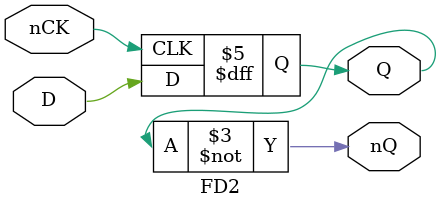
<source format=v>

`timescale 1ns/1ns

module FD2(
	input nCK,
	input D,
	output reg Q,
	output nQ
);

	initial
		Q <= 1'b0;

	always @(posedge ~nCK)	// negedge CK
		Q <= #1 D;
	
	assign nQ = ~Q;

endmodule

</source>
